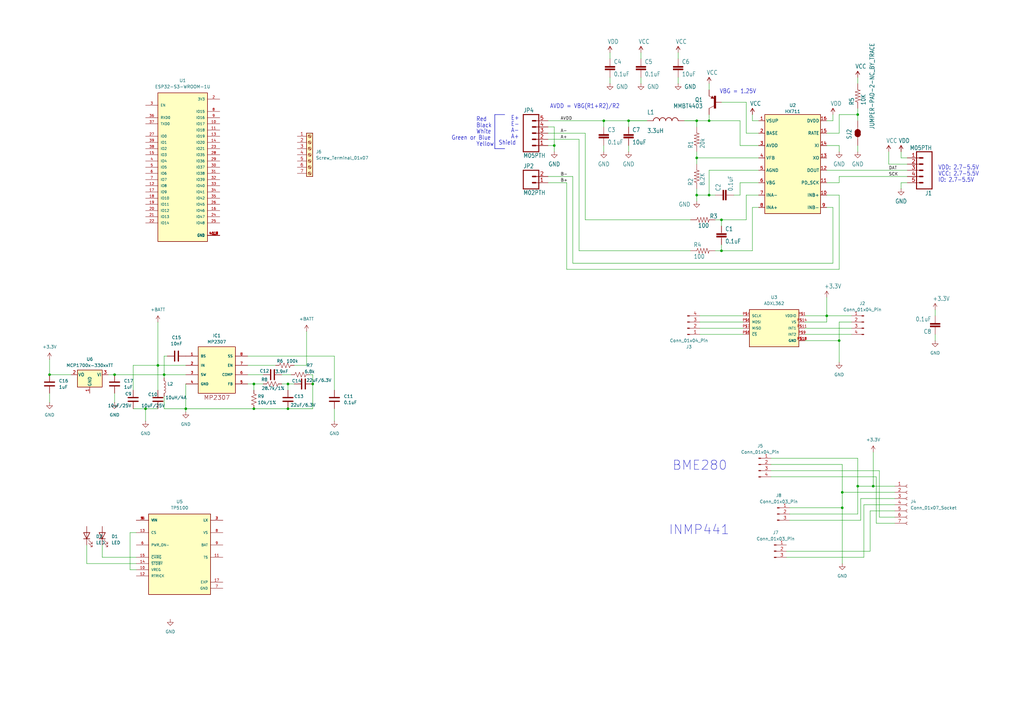
<source format=kicad_sch>
(kicad_sch (version 20250114) (generator "eeschema") (generator_version "9.0")
  (paper "A3")
  (text "Black" (at 195.326 52.578 0) (effects (font (size 1.778 1.5113)) (justify left bottom)))
  (text "IO: 2.7-5.5V" (at 384.81 74.93 0) (effects (font (size 1.778 1.5113)) (justify left bottom)))
  (text "A+" (at 209.55 57.15 0) (effects (font (size 1.778 1.5113)) (justify left bottom)))
  (text "INMP441" (at 286.766 217.424 0) (effects (font (size 3.81 3.81))))
  (text "VBG = 1.25V" (at 295.148 38.608 0) (effects (font (size 1.778 1.5113)) (justify left bottom)))
  (text "Yellow" (at 195.326 60.198 0) (effects (font (size 1.778 1.5113)) (justify left bottom)))
  (text "AVDD = VBG(R1+R2)/R2" (at 225.552 44.704 0) (effects (font (size 1.778 1.5113)) (justify left bottom)))
  (text "E-" (at 209.55 52.07 0) (effects (font (size 1.778 1.5113)) (justify left bottom)))
  (text "BME280" (at 287.02 191.008 0) (effects (font (size 3.81 3.81))))
  (text "Green or Blue" (at 185.166 57.658 0) (effects (font (size 1.778 1.5113)) (justify left bottom)))
  (text "E+" (at 209.55 49.53 0) (effects (font (size 1.778 1.5113)) (justify left bottom)))
  (text "Shield" (at 204.47 59.69 0) (effects (font (size 1.778 1.5113)) (justify left bottom)))
  (text "VDD: 2.7-5.5V" (at 384.81 69.85 0) (effects (font (size 1.778 1.5113)) (justify left bottom)))
  (text "VCC: 2.7-5.5V" (at 384.81 72.39 0) (effects (font (size 1.778 1.5113)) (justify left bottom)))
  (text "Red" (at 195.326 50.038 0) (effects (font (size 1.778 1.5113)) (justify left bottom)))
  (text "A-" (at 209.55 54.61 0) (effects (font (size 1.778 1.5113)) (justify left bottom)))
  (text "White" (at 195.326 55.118 0) (effects (font (size 1.778 1.5113)) (justify left bottom)))
  (junction (at 20.32 153.67))
  (junction (at 339.09 129.54))
  (junction (at 64.77 149.86))
  (junction (at 345.44 208.28))
  (junction (at 247.65 49.53))
  (junction (at 344.17 139.7))
  (junction (at 351.79 199.39))
  (junction (at 285.75 64.77))
  (junction (at 104.14 167.64))
  (junction (at 118.11 157.48))
  (junction (at 46.99 153.67))
  (junction (at 351.79 46.99))
  (junction (at 290.83 49.53))
  (junction (at 285.75 49.53))
  (junction (at 67.31 153.67))
  (junction (at 290.83 80.01))
  (junction (at 257.81 49.53))
  (junction (at 76.2 167.64))
  (junction (at 358.14 199.39))
  (junction (at 104.14 157.48))
  (junction (at 118.11 167.64))
  (junction (at 128.27 157.48))
  (junction (at 345.44 201.93))
  (junction (at 295.91 102.87))
  (junction (at 227.33 59.69))
  (junction (at 295.91 90.17))
  (junction (at 285.75 80.01))
  (junction (at 59.69 167.64))
  (wire (pts (xy 285.75 82.55) (xy 285.75 80.01)) (stroke (width 0.1524)))
  (wire (pts (xy 283.21 90.17) (xy 240.03 90.17)) (stroke (width 0.1524)))
  (wire (pts (xy 316.23 190.5) (xy 345.44 190.5)))
  (wire (pts (xy 67.31 146.05) (xy 67.31 153.67)))
  (wire (pts (xy 104.14 167.64) (xy 118.11 167.64)))
  (wire (pts (xy 64.77 149.86) (xy 76.2 149.86)))
  (wire (pts (xy 20.32 153.67) (xy 29.21 153.67)))
  (wire (pts (xy 308.61 46.99) (xy 308.61 49.53)) (stroke (width 0.1524)))
  (wire (pts (xy 287.02 137.16) (xy 304.8 137.16)))
  (wire (pts (xy 306.07 90.17) (xy 295.91 90.17)) (stroke (width 0.1524)))
  (wire (pts (xy 76.2 157.48) (xy 76.2 167.64)))
  (wire (pts (xy 345.44 201.93) (xy 345.44 208.28)))
  (wire (pts (xy 125.73 135.89) (xy 125.73 149.86)))
  (wire (pts (xy 367.03 212.09) (xy 360.68 212.09)))
  (wire (pts (xy 278.13 24.13) (xy 278.13 21.59)) (stroke (width 0.1524)))
  (wire (pts (xy 227.33 59.69) (xy 227.33 62.23)) (stroke (width 0.1524)))
  (wire (pts (xy 369.57 74.93) (xy 369.57 77.47)) (stroke (width 0.1524)))
  (wire (pts (xy 359.41 195.58) (xy 359.41 214.63)))
  (wire (pts (xy 290.83 69.85) (xy 290.83 80.01)) (stroke (width 0.1524)))
  (wire (pts (xy 67.31 162.56) (xy 67.31 167.64)))
  (wire (pts (xy 351.79 210.82) (xy 351.79 199.39)))
  (wire (pts (xy 311.15 74.93) (xy 303.53 74.93)) (stroke (width 0.1524)))
  (wire (pts (xy 351.79 46.99) (xy 351.79 49.53)) (stroke (width 0.1524)))
  (wire (pts (xy 295.91 92.71) (xy 295.91 90.17)) (stroke (width 0.1524)))
  (wire (pts (xy 262.89 34.29) (xy 262.89 31.75)) (stroke (width 0.1524)))
  (wire (pts (xy 247.65 59.69) (xy 247.65 62.23)) (stroke (width 0.1524)))
  (wire (pts (xy 293.37 80.01) (xy 290.83 80.01)) (stroke (width 0.1524)))
  (wire (pts (xy 287.02 132.08) (xy 304.8 132.08)))
  (wire (pts (xy 287.02 129.54) (xy 304.8 129.54)))
  (wire (pts (xy 353.06 204.47) (xy 367.03 204.47)))
  (wire (pts (xy 101.6 153.67) (xy 107.95 153.67)))
  (wire (pts (xy 344.17 132.08) (xy 344.17 139.7)))
  (wire (pts (xy 247.65 52.07) (xy 247.65 49.53)) (stroke (width 0.1524)))
  (wire (pts (xy 330.2 129.54) (xy 339.09 129.54)))
  (wire (pts (xy 257.81 62.23) (xy 257.81 59.69)) (stroke (width 0.1524)))
  (wire (pts (xy 383.54 137.16) (xy 383.54 139.7)) (stroke (width 0.1524)))
  (wire (pts (xy 285.75 67.31) (xy 285.75 64.77)) (stroke (width 0.1524)))
  (wire (pts (xy 64.77 132.08) (xy 64.77 149.86)))
  (wire (pts (xy 344.17 72.39) (xy 372.11 72.39)) (stroke (width 0.1524)))
  (wire (pts (xy 351.79 199.39) (xy 358.14 199.39)))
  (wire (pts (xy 257.81 49.53) (xy 265.43 49.53)) (stroke (width 0.2032)))
  (wire (pts (xy 118.11 157.48) (xy 118.11 160.02)))
  (wire (pts (xy 369.57 62.23) (xy 369.57 64.77)) (stroke (width 0.1524)))
  (wire (pts (xy 364.49 67.31) (xy 364.49 62.23)) (stroke (width 0.1524)))
  (wire (pts (xy 240.03 90.17) (xy 240.03 54.61)) (stroke (width 0.1524)))
  (wire (pts (xy 115.57 153.67) (xy 119.38 153.67)))
  (wire (pts (xy 278.13 31.75) (xy 278.13 34.29)) (stroke (width 0.1524)))
  (wire (pts (xy 287.02 134.62) (xy 304.8 134.62)))
  (wire (pts (xy 290.83 34.29) (xy 290.83 36.83)) (stroke (width 0.1524)))
  (wire (pts (xy 234.95 107.95) (xy 234.95 72.39)) (stroke (width 0.1524)))
  (wire (pts (xy 257.81 49.53) (xy 247.65 49.53)) (stroke (width 0.1524)))
  (wire (pts (xy 67.31 167.64) (xy 76.2 167.64)))
  (wire (pts (xy 344.17 46.99) (xy 344.17 54.61)) (stroke (width 0.1524)))
  (wire (pts (xy 46.99 153.67) (xy 67.31 153.67)))
  (wire (pts (xy 354.33 228.6) (xy 354.33 207.01)))
  (wire (pts (xy 306.07 80.01) (xy 306.07 90.17)) (stroke (width 0.1524)))
  (wire (pts (xy 339.09 69.85) (xy 372.11 69.85)) (stroke (width 0.1524)))
  (wire (pts (xy 308.61 102.87) (xy 295.91 102.87)) (stroke (width 0.1524)))
  (wire (pts (xy 295.91 100.33) (xy 295.91 102.87)) (stroke (width 0.1524)))
  (wire (pts (xy 372.11 74.93) (xy 369.57 74.93)) (stroke (width 0.1524)))
  (wire (pts (xy 341.63 107.95) (xy 234.95 107.95)) (stroke (width 0.1524)))
  (wire (pts (xy 128.27 157.48) (xy 128.27 167.64)))
  (wire (pts (xy 20.32 147.32) (xy 20.32 153.67)))
  (wire (pts (xy 64.77 160.02) (xy 64.77 149.86)))
  (polyline (pts (xy 202.946 60.96) (xy 207.01 60.96)) (stroke (width 0.2032) (type solid)))
  (wire (pts (xy 339.09 74.93) (xy 344.17 74.93)) (stroke (width 0.1524)))
  (wire (pts (xy 128.27 167.64) (xy 118.11 167.64)))
  (wire (pts (xy 311.15 69.85) (xy 290.83 69.85)) (stroke (width 0.1524)))
  (wire (pts (xy 339.09 80.01) (xy 344.17 80.01)) (stroke (width 0.1524)))
  (wire (pts (xy 234.95 72.39) (xy 224.79 72.39)) (stroke (width 0.1524)))
  (wire (pts (xy 35.56 223.52) (xy 35.56 231.14)))
  (wire (pts (xy 339.09 129.54) (xy 349.25 129.54)))
  (wire (pts (xy 59.69 167.64) (xy 64.77 167.64)))
  (wire (pts (xy 54.61 160.02) (xy 54.61 149.86)))
  (wire (pts (xy 345.44 208.28) (xy 345.44 231.14)))
  (wire (pts (xy 295.91 41.91) (xy 306.07 41.91)) (stroke (width 0.1524)))
  (wire (pts (xy 137.16 146.05) (xy 137.16 160.02)))
  (wire (pts (xy 351.79 44.45) (xy 351.79 46.99)) (stroke (width 0.1524)))
  (wire (pts (xy 360.68 193.04) (xy 360.68 212.09)))
  (wire (pts (xy 125.73 149.86) (xy 120.65 149.86)))
  (wire (pts (xy 323.85 208.28) (xy 345.44 208.28)))
  (wire (pts (xy 339.09 132.08) (xy 339.09 129.54)))
  (wire (pts (xy 308.61 85.09) (xy 308.61 102.87)) (stroke (width 0.1524)))
  (wire (pts (xy 311.15 85.09) (xy 308.61 85.09)) (stroke (width 0.1524)))
  (wire (pts (xy 295.91 90.17) (xy 293.37 90.17)) (stroke (width 0.1524)))
  (wire (pts (xy 224.79 59.69) (xy 227.33 59.69)) (stroke (width 0.1524)))
  (wire (pts (xy 345.44 190.5) (xy 345.44 201.93)))
  (wire (pts (xy 303.53 80.01) (xy 300.99 80.01)) (stroke (width 0.1524)))
  (wire (pts (xy 311.15 59.69) (xy 303.53 59.69)) (stroke (width 0.1524)))
  (wire (pts (xy 53.34 233.68) (xy 55.88 233.68)))
  (wire (pts (xy 339.09 49.53) (xy 341.63 49.53)) (stroke (width 0.1524)))
  (wire (pts (xy 101.6 157.48) (xy 104.14 157.48)))
  (wire (pts (xy 351.79 46.99) (xy 344.17 46.99)) (stroke (width 0.1524)))
  (wire (pts (xy 54.61 149.86) (xy 64.77 149.86)))
  (wire (pts (xy 358.14 199.39) (xy 367.03 199.39)))
  (wire (pts (xy 316.23 195.58) (xy 359.41 195.58)))
  (wire (pts (xy 55.88 218.44) (xy 53.34 218.44)))
  (wire (pts (xy 237.49 57.15) (xy 224.79 57.15)) (stroke (width 0.1524)))
  (wire (pts (xy 101.6 146.05) (xy 137.16 146.05)))
  (wire (pts (xy 115.57 157.48) (xy 118.11 157.48)))
  (wire (pts (xy 285.75 64.77) (xy 285.75 62.23)) (stroke (width 0.1524)))
  (wire (pts (xy 311.15 54.61) (xy 306.07 54.61)) (stroke (width 0.1524)))
  (wire (pts (xy 316.23 187.96) (xy 351.79 187.96)))
  (wire (pts (xy 330.2 134.62) (xy 349.25 134.62)))
  (wire (pts (xy 316.23 193.04) (xy 360.68 193.04)))
  (wire (pts (xy 341.63 85.09) (xy 341.63 107.95)) (stroke (width 0.1524)))
  (wire (pts (xy 322.58 226.06) (xy 356.87 226.06)))
  (wire (pts (xy 339.09 59.69) (xy 344.17 59.69)) (stroke (width 0.1524)))
  (wire (pts (xy 339.09 54.61) (xy 344.17 54.61)) (stroke (width 0.1524)))
  (wire (pts (xy 232.41 110.49) (xy 232.41 74.93)) (stroke (width 0.1524)))
  (wire (pts (xy 104.14 157.48) (xy 104.14 160.02)))
  (wire (pts (xy 41.91 228.6) (xy 55.88 228.6)))
  (wire (pts (xy 283.21 102.87) (xy 237.49 102.87)) (stroke (width 0.1524)))
  (wire (pts (xy 46.99 161.29) (xy 46.99 165.1)))
  (wire (pts (xy 224.79 52.07) (xy 227.33 52.07)) (stroke (width 0.1524)))
  (wire (pts (xy 344.17 80.01) (xy 344.17 110.49)) (stroke (width 0.1524)))
  (wire (pts (xy 351.79 187.96) (xy 351.79 199.39)))
  (wire (pts (xy 322.58 228.6) (xy 354.33 228.6)))
  (wire (pts (xy 353.06 213.36) (xy 353.06 204.47)))
  (wire (pts (xy 67.31 146.05) (xy 68.58 146.05)))
  (wire (pts (xy 356.87 226.06) (xy 356.87 209.55)))
  (wire (pts (xy 339.09 121.92) (xy 339.09 129.54)))
  (wire (pts (xy 369.57 64.77) (xy 372.11 64.77)) (stroke (width 0.1524)))
  (wire (pts (xy 341.63 49.53) (xy 341.63 46.99)) (stroke (width 0.1524)))
  (wire (pts (xy 67.31 153.67) (xy 76.2 153.67)))
  (wire (pts (xy 356.87 209.55) (xy 367.03 209.55)))
  (wire (pts (xy 240.03 54.61) (xy 224.79 54.61)) (stroke (width 0.1524)))
  (wire (pts (xy 280.67 49.53) (xy 285.75 49.53)) (stroke (width 0.2032)))
  (wire (pts (xy 359.41 214.63) (xy 367.03 214.63)))
  (wire (pts (xy 290.83 46.99) (xy 290.83 49.53)) (stroke (width 0.1524)))
  (wire (pts (xy 104.14 157.48) (xy 107.95 157.48)))
  (wire (pts (xy 358.14 185.42) (xy 358.14 199.39)))
  (wire (pts (xy 285.75 77.47) (xy 285.75 80.01)) (stroke (width 0.1524)))
  (wire (pts (xy 383.54 127) (xy 383.54 129.54)) (stroke (width 0.1524)))
  (wire (pts (xy 76.2 167.64) (xy 104.14 167.64)))
  (wire (pts (xy 41.91 223.52) (xy 41.91 228.6)))
  (wire (pts (xy 323.85 210.82) (xy 351.79 210.82)))
  (wire (pts (xy 20.32 161.29) (xy 20.32 165.1)))
  (wire (pts (xy 330.2 132.08) (xy 339.09 132.08)))
  (wire (pts (xy 285.75 52.07) (xy 285.75 49.53)) (stroke (width 0.1524)))
  (wire (pts (xy 76.2 167.64) (xy 76.2 168.91)))
  (wire (pts (xy 137.16 167.64) (xy 137.16 172.72)))
  (wire (pts (xy 349.25 132.08) (xy 344.17 132.08)))
  (wire (pts (xy 262.89 21.59) (xy 262.89 24.13)) (stroke (width 0.1524)))
  (wire (pts (xy 303.53 74.93) (xy 303.53 80.01)) (stroke (width 0.1524)))
  (wire (pts (xy 311.15 80.01) (xy 306.07 80.01)) (stroke (width 0.1524)))
  (wire (pts (xy 330.2 139.7) (xy 344.17 139.7)))
  (wire (pts (xy 67.31 154.94) (xy 67.31 153.67)))
  (wire (pts (xy 306.07 41.91) (xy 306.07 54.61)) (stroke (width 0.1524)))
  (wire (pts (xy 323.85 213.36) (xy 353.06 213.36)))
  (wire (pts (xy 250.19 34.29) (xy 250.19 31.75)) (stroke (width 0.1524)))
  (wire (pts (xy 351.79 59.69) (xy 351.79 62.23)) (stroke (width 0.1524)))
  (wire (pts (xy 308.61 49.53) (xy 311.15 49.53)) (stroke (width 0.1524)))
  (wire (pts (xy 344.17 110.49) (xy 232.41 110.49)) (stroke (width 0.1524)))
  (wire (pts (xy 53.34 218.44) (xy 53.34 233.68)))
  (wire (pts (xy 303.53 59.69) (xy 303.53 49.53)) (stroke (width 0.1524)))
  (wire (pts (xy 101.6 149.86) (xy 113.03 149.86)))
  (wire (pts (xy 311.15 64.77) (xy 285.75 64.77)) (stroke (width 0.1524)))
  (polyline (pts (xy 202.946 46.99) (xy 207.01 46.99)) (stroke (width 0.2032) (type solid)))
  (wire (pts (xy 257.81 49.53) (xy 257.81 52.07)) (stroke (width 0.1524)))
  (wire (pts (xy 290.83 80.01) (xy 285.75 80.01)) (stroke (width 0.1524)))
  (wire (pts (xy 351.79 34.29) (xy 351.79 31.75)) (stroke (width 0.1524)))
  (wire (pts (xy 54.61 167.64) (xy 59.69 167.64)))
  (wire (pts (xy 250.19 21.59) (xy 250.19 24.13)) (stroke (width 0.1524)))
  (wire (pts (xy 44.45 153.67) (xy 46.99 153.67)))
  (wire (pts (xy 344.17 59.69) (xy 344.17 62.23)) (stroke (width 0.1524)))
  (wire (pts (xy 127 153.67) (xy 128.27 153.67)))
  (wire (pts (xy 303.53 49.53) (xy 290.83 49.53)) (stroke (width 0.1524)))
  (wire (pts (xy 339.09 85.09) (xy 341.63 85.09)) (stroke (width 0.1524)))
  (wire (pts (xy 237.49 102.87) (xy 237.49 57.15)) (stroke (width 0.1524)))
  (wire (pts (xy 118.11 157.48) (xy 120.65 157.48)))
  (polyline (pts (xy 202.946 46.99) (xy 202.946 60.96)) (stroke (width 0.2032) (type solid)))
  (wire (pts (xy 330.2 137.16) (xy 349.25 137.16)))
  (wire (pts (xy 372.11 67.31) (xy 364.49 67.31)) (stroke (width 0.1524)))
  (wire (pts (xy 344.17 139.7) (xy 344.17 148.59)))
  (wire (pts (xy 367.03 201.93) (xy 345.44 201.93)))
  (wire (pts (xy 354.33 207.01) (xy 367.03 207.01)))
  (wire (pts (xy 227.33 52.07) (xy 227.33 59.69)) (stroke (width 0.1524)))
  (wire (pts (xy 295.91 102.87) (xy 293.37 102.87)) (stroke (width 0.1524)))
  (wire (pts (xy 128.27 153.67) (xy 128.27 157.48)))
  (wire (pts (xy 344.17 74.93) (xy 344.17 72.39)) (stroke (width 0.1524)))
  (wire (pts (xy 290.83 49.53) (xy 285.75 49.53)) (stroke (width 0.1524)))
  (wire (pts (xy 35.56 231.14) (xy 55.88 231.14)))
  (wire (pts (xy 59.69 167.64) (xy 59.69 172.72)))
  (wire (pts (xy 232.41 74.93) (xy 224.79 74.93)) (stroke (width 0.1524)))
  (wire (pts (xy 247.65 49.53) (xy 224.79 49.53)) (stroke (width 0.1524)))
  (label "AVDD" (at 229.87 49.53 0) (effects (font (size 1.2446 1.2446))))
  (label "DAT" (at 364.49 69.85 0) (effects (font (size 1.2446 1.2446))))
  (label "A-" (at 229.87 54.61 0) (effects (font (size 1.2446 1.2446))))
  (label "B+" (at 229.87 74.93 0) (effects (font (size 1.2446 1.2446))))
  (label "B-" (at 229.87 72.39 0) (effects (font (size 1.2446 1.2446))))
  (label "A+" (at 229.87 57.15 0) (effects (font (size 1.2446 1.2446))))
  (label "SCK" (at 364.49 72.39 0) (effects (font (size 1.2446 1.2446))))
  (symbol (lib_id "SparkFun_HX711_Load_Cell-eagle-import:VCC") (at 262.89 21.59 0) (unit 1)
    (property "Reference" "#SUPPLY7" (effects (hide yes)))
    (property "Value" "VCC" (at 261.874 18.034 0) (effects (font (size 1.778 1.5113)) (justify left bottom)))
  )
  (symbol (lib_id "Device:C") (at 111.76 153.67 90) (unit 1)
    (property "Reference" "C12" (at 108.458 152.146 90))
    (property "Value" "3.9nF" (at 115.57 152.4 90))
    (property "Description" "Unpolarized capacitor" (effects (hide yes)))
  )
  (symbol (lib_id "power:GND") (at 285.75 82.55 0) (unit 1)
    (property "Reference" "#GND9" (effects (hide yes)))
    (property "Value" "GND" (at 283.21 83.82 0) (effects (font (size 1.778 1.5113)) (justify right)))
    (property "Description" "Power symbol creates a global label with name \"GND\" , ground" (effects (hide yes)))
  )
  (symbol (lib_id "power:+3.3V") (at 20.32 147.32 0) (unit 1)
    (property "Reference" "#PWR010" (effects (hide yes)))
    (property "Value" "+3.3V" (at 20.32 142.24 0))
    (property "Description" "Power symbol creates a global label with name \"+3.3V\"" (effects (hide yes)))
  )
  (symbol (lib_id "power:GND") (at 344.17 148.59 0) (unit 1)
    (property "Reference" "#PWR01" (effects (hide yes)))
    (property "Value" "GND" (at 344.17 153.67 0))
    (property "Description" "Power symbol creates a global label with name \"GND\" , ground" (effects (hide yes)))
  )
  (symbol (lib_id "Device:C") (at 124.46 157.48 270) (unit 1)
    (property "Reference" "C14" (at 121.666 156.21 90))
    (property "Value" "22uF/6.3V" (at 130.81 155.956 90))
    (property "Description" "Unpolarized capacitor" (effects (hide yes)))
  )
  (symbol (lib_id "SparkFun_HX711_Load_Cell-eagle-import:M02PTH") (at 217.17 74.93 0) (unit 1)
    (property "Reference" "JP2" (at 214.63 69.088 0) (effects (font (size 1.778 1.5113)) (justify left bottom)))
    (property "Value" "M02PTH" (at 214.63 80.01 0) (effects (font (size 1.778 1.5113)) (justify left bottom)))
    (property "Footprint" "Board_SparkFun_HX711_Load_Cell:1X02" (effects (hide yes)))
  )
  (symbol (lib_id "power:GND") (at 383.54 139.7 0) (unit 1)
    (property "Reference" "#PWR02" (effects (hide yes)))
    (property "Value" "GND" (at 383.54 144.78 0))
    (property "Description" "Power symbol creates a global label with name \"GND\" , ground" (effects (hide yes)))
  )
  (symbol (lib_id "Connector:Conn_01x04_Pin") (at 281.94 134.62 0) (mirror x) (unit 1)
    (property "Reference" "J3" (at 282.575 142.24 0))
    (property "Value" "Conn_01x04_Pin" (at 282.575 139.7 0))
    (property "Footprint" "Connector_JST:JST_XH_B4B-XH-A_1x04_P2.50mm_Vertical" (effects (hide yes)))
    (property "Description" "Generic connector, single row, 01x04, script generated" (effects (hide yes)))
  )
  (symbol (lib_id "Board_SparkFun_HX711_Load_Cell:0.1UF-25V-5%(0603)") (at 250.19 29.21 0) (unit 1)
    (property "Reference" "C4" (at 251.714 26.289 0) (effects (font (size 1.778 1.5113)) (justify left bottom)))
    (property "Value" "0.1uF" (at 251.714 31.369 0) (effects (font (size 1.778 1.5113)) (justify left bottom)))
    (property "Footprint" "Board_SparkFun_HX711_Load_Cell:0603-CAP" (effects (hide yes)))
  )
  (symbol (lib_id "SparkFun_HX711_Load_Cell-eagle-import:VCC") (at 308.61 46.99 0) (unit 1)
    (property "Reference" "#SUPPLY3" (effects (hide yes)))
    (property "Value" "VCC" (at 307.594 43.434 0) (effects (font (size 1.778 1.5113)) (justify left bottom)))
  )
  (symbol (lib_id "Device:C") (at 46.99 157.48 0) (unit 1)
    (property "Reference" "C17" (at 50.8 156.2099 0) (effects (justify left)))
    (property "Value" "1uF" (at 50.8 158.7499 0) (effects (justify left)))
    (property "Description" "Unpolarized capacitor" (effects (hide yes)))
  )
  (symbol (lib_id "power:GND") (at 345.44 231.14 0) (unit 1)
    (property "Reference" "#PWR014" (effects (hide yes)))
    (property "Value" "GND" (at 345.44 236.22 0))
    (property "Description" "Power symbol creates a global label with name \"GND\" , ground" (effects (hide yes)))
  )
  (symbol (lib_id "Device:C") (at 137.16 163.83 0) (unit 1)
    (property "Reference" "C11" (at 140.97 162.5599 0) (effects (justify left)))
    (property "Value" "0.1uF" (at 140.97 165.0999 0) (effects (justify left)))
    (property "Description" "Unpolarized capacitor" (effects (hide yes)))
  )
  (symbol (lib_id "SparkFun_HX711_Load_Cell-eagle-import:INDUCTOR0805-IND") (at 273.05 49.53 90) (unit 1)
    (property "Reference" "L1" (at 265.43 46.99 90) (effects (font (size 1.778 1.5113)) (justify right top)))
    (property "Value" "3.3uH" (at 265.43 54.61 90) (effects (font (size 1.778 1.5113)) (justify right top)))
    (property "Footprint" "Board_SparkFun_HX711_Load_Cell:0805" (effects (hide yes)))
  )
  (symbol (lib_id "power:+3.3V") (at 339.09 121.92 0) (unit 1)
    (property "Reference" "#P+02" (effects (hide yes)))
    (property "Value" "+3.3V" (at 338.074 118.364 0) (effects (font (size 1.778 1.5113)) (justify left bottom)))
  )
  (symbol (lib_id "SparkFun_HX711_Load_Cell-eagle-import:VDD") (at 341.63 46.99 0) (unit 1)
    (property "Reference" "#SUPPLY4" (effects (hide yes)))
    (property "Value" "VDD" (at 340.614 43.434 0) (effects (font (size 1.778 1.5113)) (justify left bottom)))
  )
  (symbol (lib_id "MP2307:MP2307") (at 88.9 152.4 0) (unit 1)
    (property "Reference" "IC1" (at 88.9 137.668 0))
    (property "Value" "MP2307" (at 88.9 140.208 0))
    (property "Footprint" "MP2307:SO8-TH" (effects (hide yes)))
    (property "MF" "Monolithic Power" (effects (hide yes)))
    (property "Description_1" "Buck Switching Regulator IC Positive Adjustable 0.925V 1 Output 3A 8-SOIC (0.154, 3.90mm Width) Exposed Pad" (effects (hide yes)))
    (property "Package" "SOIC-8 Monolithic Power" (effects (hide yes)))
    (property "Price" "None" (effects (hide yes)))
    (property "SnapEDA_Link" "https://www.snapeda.com/parts/MP2307/Monolithic+Power+Systems/view-part/?ref=snap" (effects (hide yes)))
    (property "MP" "MP2307" (effects (hide yes)))
    (property "Availability" "Not in stock" (effects (hide yes)))
    (property "Check_prices" "https://www.snapeda.com/parts/MP2307/Monolithic+Power+Systems/view-part/?ref=eda" (effects (hide yes)))
  )
  (symbol (lib_id "power:GND") (at 76.2 168.91 0) (unit 1)
    (property "Reference" "#PWR07" (effects (hide yes)))
    (property "Value" "GND" (at 76.2 173.99 0))
    (property "Description" "Power symbol creates a global label with name \"GND\" , ground" (effects (hide yes)))
  )
  (symbol (lib_id "Board_SparkFun_HX711_Load_Cell:0.1UF-25V-5%(0603)") (at 247.65 57.15 0) (unit 1)
    (property "Reference" "C3" (at 249.174 54.229 0) (effects (font (size 1.778 1.5113)) (justify left bottom)))
    (property "Value" "0.1uF" (at 249.174 59.309 0) (effects (font (size 1.778 1.5113)) (justify left bottom)))
    (property "Footprint" "Board_SparkFun_HX711_Load_Cell:0603-CAP" (effects (hide yes)))
  )
  (symbol (lib_id "SparkFun_HX711_Load_Cell-eagle-import:TRANSISTOR_PNPMMBT4403") (at 293.37 41.91 0) (mirror y) (unit 1)
    (property "Reference" "Q1" (at 288.29 41.91 0) (effects (font (size 1.778 1.5113)) (justify left bottom)))
    (property "Value" "MMBT4403" (at 288.29 44.45 0) (effects (font (size 1.778 1.5113)) (justify left bottom)))
    (property "Footprint" "Board_SparkFun_HX711_Load_Cell:SOT23-3" (effects (hide yes)))
  )
  (symbol (lib_id "SparkFun_HX711_Load_Cell-eagle-import:8.2KOHM-1/10W-5%(0603)") (at 285.75 72.39 90) (unit 1)
    (property "Reference" "R2" (at 284.2514 76.2 0) (effects (font (size 1.778 1.5113)) (justify left bottom)))
    (property "Value" "8.2K" (at 289.052 76.2 0) (effects (font (size 1.778 1.5113)) (justify left bottom)))
    (property "Footprint" "Board_SparkFun_HX711_Load_Cell:0603-RES" (effects (hide yes)))
  )
  (symbol (lib_id "Board_SparkFun_HX711_Load_Cell:0.1UF-25V-5%(0603)") (at 295.91 97.79 0) (unit 1)
    (property "Reference" "C1" (at 297.434 94.869 0) (effects (font (size 1.778 1.5113)) (justify left bottom)))
    (property "Value" "0.1uF" (at 297.434 99.949 0) (effects (font (size 1.778 1.5113)) (justify left bottom)))
    (property "Footprint" "Board_SparkFun_HX711_Load_Cell:0603-CAP" (effects (hide yes)))
  )
  (symbol (lib_id "power:+BATT") (at 64.77 132.08 0) (unit 1)
    (property "Reference" "#PWR04" (effects (hide yes)))
    (property "Value" "+BATT" (at 64.77 127 0))
    (property "Description" "Power symbol creates a global label with name \"+BATT\"" (effects (hide yes)))
  )
  (symbol (lib_id "SparkFun_HX711_Load_Cell-eagle-import:M05PTH") (at 217.17 54.61 0) (unit 1)
    (property "Reference" "JP4" (at 214.63 46.228 0) (effects (font (size 1.778 1.5113)) (justify left bottom)))
    (property "Value" "M05PTH" (at 214.63 64.77 0) (effects (font (size 1.778 1.5113)) (justify left bottom)))
    (property "Footprint" "Board_SparkFun_HX711_Load_Cell:1X05" (effects (hide yes)))
  )
  (symbol (lib_id "Connector:Conn_01x03_Pin") (at 318.77 210.82 0) (unit 1)
    (property "Reference" "J8" (at 319.405 203.2 0))
    (property "Value" "Conn_01x03_Pin" (at 319.405 205.74 0))
    (property "Description" "Generic connector, single row, 01x03, script generated" (effects (hide yes)))
  )
  (symbol (lib_id "SparkFun_HX711_Load_Cell-eagle-import:VCC") (at 364.49 62.23 0) (unit 1)
    (property "Reference" "#SUPPLY5" (effects (hide yes)))
    (property "Value" "VCC" (at 363.474 58.674 0) (effects (font (size 1.778 1.5113)) (justify left bottom)))
  )
  (symbol (lib_id "Device:R_US") (at 104.14 163.83 0) (unit 1)
    (property "Reference" "R9" (at 105.664 162.56 0) (effects (justify left)))
    (property "Value" "10k/1%" (at 105.664 165.1 0) (effects (justify left)))
    (property "Description" "Resistor, US symbol" (effects (hide yes)))
  )
  (symbol (lib_id "SparkFun_HX711_Load_Cell-eagle-import:VCC") (at 278.13 21.59 0) (unit 1)
    (property "Reference" "#SUPPLY2" (effects (hide yes)))
    (property "Value" "VCC" (at 277.114 18.034 0) (effects (font (size 1.778 1.5113)) (justify left bottom)))
  )
  (symbol (lib_id "Analog_ADC:HX711") (at 325.12 66.04 0) (unit 1)
    (property "Reference" "U2" (at 325.12 43.18 0))
    (property "Value" "HX711" (at 325.12 45.72 0))
    (property "Footprint" "Package_SO:SOP-16_3.9x9.9mm_P1.27mm" (effects (hide yes)))
    (property "Datasheet" "https://web.archive.org/web/20220615044707/https://akizukidenshi.com/download/ds/avia/hx711.pdf" (effects (hide yes)))
    (property "Description" "24-Bit Analog-to-Digital Converter (ADC) for Weight Scales" (effects (hide yes)))
  )
  (symbol (lib_id "SparkFun_HX711_Load_Cell-eagle-import:20KOHM1/10W1%(0603)") (at 285.75 57.15 90) (unit 1)
    (property "Reference" "R1" (at 284.2514 60.96 0) (effects (font (size 1.778 1.5113)) (justify left bottom)))
    (property "Value" "20k" (at 289.052 60.96 0) (effects (font (size 1.778 1.5113)) (justify left bottom)))
    (property "Footprint" "Board_SparkFun_HX711_Load_Cell:0603-RES" (effects (hide yes)))
  )
  (symbol (lib_id "Device:L") (at 67.31 158.75 0) (unit 1)
    (property "Reference" "L2" (at 68.58 157.4799 0) (effects (justify left)))
    (property "Value" "10uH/4A" (at 67.818 163.068 0) (effects (justify left)))
    (property "Description" "Inductor" (effects (hide yes)))
  )
  (symbol (lib_id "Board_SparkFun_HX711_Load_Cell:0.1UF-25V-5%(0603)") (at 383.54 132.08 180) (unit 1)
    (property "Reference" "C8" (at 382.016 135.001 0) (effects (font (size 1.778 1.5113)) (justify left bottom)))
    (property "Value" "0.1uF" (at 382.016 129.921 0) (effects (font (size 1.778 1.5113)) (justify left bottom)))
    (property "Footprint" "Board_ADXL362_BOB_v01:0402-CAP" (effects (hide yes)))
    (property "PROD_ID" "CAP-00810" (effects (hide yes)))
  )
  (symbol (lib_id "power:GND") (at 369.57 77.47 0) (unit 1)
    (property "Reference" "#GND1" (effects (hide yes)))
    (property "Value" "GND" (at 369.57 82.55 0) (effects (font (size 1.778 1.5113))))
    (property "Description" "Power symbol creates a global label with name \"GND\" , ground" (effects (hide yes)))
  )
  (symbol (lib_id "Device:C") (at 64.77 163.83 0) (unit 1)
    (property "Reference" "C10" (at 60.706 161.798 0) (effects (justify left)))
    (property "Value" "10uF/25V" (at 57.912 166.37 0) (effects (justify left)))
    (property "Footprint" "Capacitor_SMD:C_0603_1608Metric_Pad1.08x0.95mm_HandSolder" (effects (hide yes)))
    (property "Description" "Unpolarized capacitor" (effects (hide yes)))
  )
  (symbol (lib_id "power:GND") (at 351.79 62.23 0) (unit 1)
    (property "Reference" "#GND7" (effects (hide yes)))
    (property "Value" "GND" (at 351.79 67.31 0) (effects (font (size 1.778 1.5113))))
    (property "Description" "Power symbol creates a global label with name \"GND\" , ground" (effects (hide yes)))
  )
  (symbol (lib_id "SparkFun_HX711_Load_Cell-eagle-import:100OHM-1/10W-1%(0603)") (at 288.29 102.87 0) (unit 1)
    (property "Reference" "R4" (at 284.48 101.3714 0) (effects (font (size 1.778 1.5113)) (justify left bottom)))
    (property "Value" "100" (at 284.48 106.172 0) (effects (font (size 1.778 1.5113)) (justify left bottom)))
    (property "Footprint" "Board_SparkFun_HX711_Load_Cell:0603-RES" (effects (hide yes)))
  )
  (symbol (lib_id "power:+3.3V") (at 383.54 127 0) (unit 1)
    (property "Reference" "#P+1" (effects (hide yes)))
    (property "Value" "+3.3V" (at 382.524 123.444 0) (effects (font (size 1.778 1.5113)) (justify left bottom)))
  )
  (symbol (lib_id "Connector:Conn_01x03_Pin") (at 317.5 226.06 0) (unit 1)
    (property "Reference" "J7" (at 318.135 218.44 0))
    (property "Value" "Conn_01x03_Pin" (at 318.135 220.98 0))
    (property "Description" "Generic connector, single row, 01x03, script generated" (effects (hide yes)))
  )
  (symbol (lib_id "power:GND") (at 69.85 254 0) (unit 1)
    (property "Reference" "#PWR011" (effects (hide yes)))
    (property "Value" "GND" (at 69.85 259.08 0))
    (property "Description" "Power symbol creates a global label with name \"GND\" , ground" (effects (hide yes)))
  )
  (symbol (lib_id "power:GND") (at 344.17 62.23 0) (unit 1)
    (property "Reference" "#GND2" (effects (hide yes)))
    (property "Value" "GND" (at 344.17 67.31 0) (effects (font (size 1.778 1.5113))))
    (property "Description" "Power symbol creates a global label with name \"GND\" , ground" (effects (hide yes)))
  )
  (symbol (lib_id "SparkFun_HX711_Load_Cell-eagle-import:100OHM-1/10W-1%(0603)") (at 288.29 90.17 0) (unit 1)
    (property "Reference" "R3" (at 291.084 89.662 0) (effects (font (size 1.778 1.5113)) (justify left bottom)))
    (property "Value" "100" (at 286.258 93.472 0) (effects (font (size 1.778 1.5113)) (justify left bottom)))
    (property "Footprint" "Board_SparkFun_HX711_Load_Cell:0603-RES" (effects (hide yes)))
  )
  (symbol (lib_id "Device:LED") (at 35.56 219.71 90) (unit 1)
    (property "Reference" "D2" (at 39.37 220.0274 90) (effects (justify right)))
    (property "Value" "LED" (at 39.37 222.5674 90) (effects (justify right)))
    (property "Description" "Light emitting diode" (effects (hide yes)))
    (property "Sim.Pins" "1=K 2=A" (effects (hide yes)))
  )
  (symbol (lib_id "power:GND") (at 247.65 62.23 0) (unit 1)
    (property "Reference" "#GND6" (effects (hide yes)))
    (property "Value" "GND" (at 247.65 67.31 0) (effects (font (size 1.778 1.5113))))
    (property "Description" "Power symbol creates a global label with name \"GND\" , ground" (effects (hide yes)))
  )
  (symbol (lib_id "ESP32-S3-WROOM-1U:ESP32-S3-WROOM-1U") (at 74.93 68.58 0) (unit 1)
    (property "Reference" "U1" (at 74.93 33.02 0))
    (property "Value" "ESP32-S3-WROOM-1U" (at 74.93 35.56 0))
    (property "Footprint" "ESP32-S3-WROOM-1:XCVR_ESP32-S3-WROOM-1U" (effects (hide yes)))
    (property "MF" "Espressif Systems" (effects (hide yes)))
    (property "MAXIMUM_PACKAGE_HEIGHT" "3.35mm" (effects (hide yes)))
    (property "Package" "SMD-41 Espressif Systems" (effects (hide yes)))
    (property "Price" "None" (effects (hide yes)))
    (property "Check_prices" "https://www.snapeda.com/parts/ESP32-S3-WROOM-1U/Espressif+Systems/view-part/?ref=eda" (effects (hide yes)))
    (property "STANDARD" "Manufacturer Recommendations" (effects (hide yes)))
    (property "PARTREV" "v0.6" (effects (hide yes)))
    (property "SnapEDA_Link" "https://www.snapeda.com/parts/ESP32-S3-WROOM-1U/Espressif+Systems/view-part/?ref=snap" (effects (hide yes)))
    (property "MP" "ESP32-S3-WROOM-1U" (effects (hide yes)))
    (property "Description_1" "2.4 GHz Wi-Fi (802.11 b/g/n) and Bluetooth 5 (LE) module" (effects (hide yes)))
    (property "Availability" "Not in stock" (effects (hide yes)))
    (property "MANUFACTURER" "Espressif" (effects (hide yes)))
  )
  (symbol (lib_id "Device:C") (at 72.39 146.05 270) (unit 1)
    (property "Reference" "C15" (at 72.39 138.43 90))
    (property "Value" "10nF" (at 72.39 140.97 90))
    (property "Description" "Unpolarized capacitor" (effects (hide yes)))
  )
  (symbol (lib_id "SparkFun_HX711_Load_Cell-eagle-import:VCC") (at 290.83 34.29 0) (unit 1)
    (property "Reference" "#SUPPLY1" (effects (hide yes)))
    (property "Value" "VCC" (at 289.814 30.734 0) (effects (font (size 1.778 1.5113)) (justify left bottom)))
  )
  (symbol (lib_id "Connector:Screw_Terminal_01x07") (at 127 63.5 0) (unit 1)
    (property "Reference" "J6" (at 129.54 62.2299 0) (effects (justify left)))
    (property "Value" "Screw_Terminal_01x07" (at 129.54 64.7699 0) (effects (justify left)))
    (property "Description" "Generic screw terminal, single row, 01x07, script generated (kicad-library-utils/schlib/autogen/connector/)" (effects (hide yes)))
  )
  (symbol (lib_id "SparkFun_HX711_Load_Cell-eagle-import:10KOHM-1/10W-1%(0603)0603") (at 351.79 39.37 90) (unit 1)
    (property "Reference" "R5" (at 350.2914 43.18 0) (effects (font (size 1.778 1.5113)) (justify left bottom)))
    (property "Value" "10K" (at 355.092 43.18 0) (effects (font (size 1.778 1.5113)) (justify left bottom)))
    (property "Footprint" "Board_SparkFun_HX711_Load_Cell:0603-RES" (effects (hide yes)))
  )
  (symbol (lib_id "Device:C") (at 20.32 157.48 0) (unit 1)
    (property "Reference" "C16" (at 24.13 156.2099 0) (effects (justify left)))
    (property "Value" "1uF" (at 24.13 158.7499 0) (effects (justify left)))
    (property "Description" "Unpolarized capacitor" (effects (hide yes)))
  )
  (symbol (lib_id "TP5100:TP5100") (at 73.66 226.06 0) (unit 1)
    (property "Reference" "U5" (at 73.66 205.74 0))
    (property "Value" "TP5100" (at 73.66 208.28 0))
    (property "Footprint" "TP5100:QFN65P400X400X90-17N" (effects (hide yes)))
    (property "MF" "NanJing Top Power ASIC Corp." (effects (hide yes)))
    (property "MAXIMUM_PACKAGE_HEIGHT" "0.9 mm" (effects (hide yes)))
    (property "Package" "Package" (effects (hide yes)))
    (property "Price" "None" (effects (hide yes)))
    (property "Check_prices" "https://www.snapeda.com/parts/TP5100/NanJing+Top+Power+ASIC+Corp./view-part/?ref=eda" (effects (hide yes)))
    (property "STANDARD" "IPC 7351B" (effects (hide yes)))
    (property "PARTREV" "2.3" (effects (hide yes)))
    (property "SnapEDA_Link" "https://www.snapeda.com/parts/TP5100/NanJing+Top+Power+ASIC+Corp./view-part/?ref=snap" (effects (hide yes)))
    (property "MP" "TP5100" (effects (hide yes)))
    (property "Description_1" "2A-switch buck 8.4V / 4.2V rechargeable lithium battery" (effects (hide yes)))
    (property "MANUFACTURER" "NanJing Top Power ASIC Corp." (effects (hide yes)))
    (property "Availability" "Not in stock" (effects (hide yes)))
    (property "SNAPEDA_PN" "TP5100" (effects (hide yes)))
  )
  (symbol (lib_id "Board_SparkFun_HX711_Load_Cell:0.1UF-25V-5%(0603)") (at 298.45 80.01 90) (unit 1)
    (property "Reference" "C2" (at 295.529 78.486 0) (effects (font (size 1.778 1.5113)) (justify left bottom)))
    (property "Value" "0.1uF" (at 300.609 78.486 0) (effects (font (size 1.778 1.5113)) (justify left bottom)))
    (property "Footprint" "Board_SparkFun_HX711_Load_Cell:0603-CAP" (effects (hide yes)))
  )
  (symbol (lib_id "Regulator_Linear:MCP1700x-330xxTT") (at 36.83 153.67 0) (unit 1)
    (property "Reference" "U6" (at 36.83 147.32 0))
    (property "Value" "MCP1700x-330xxTT" (at 36.83 149.86 0))
    (property "Footprint" "Package_TO_SOT_SMD:SOT-23" (effects (hide yes)))
    (property "Datasheet" "http://ww1.microchip.com/downloads/en/DeviceDoc/20001826D.pdf" (effects (hide yes)))
    (property "Description" "250mA Low Quiscent Current LDO, 3.3V output, SOT-23" (effects (hide yes)))
  )
  (symbol (lib_id "power:GND") (at 59.69 172.72 0) (unit 1)
    (property "Reference" "#PWR05" (effects (hide yes)))
    (property "Value" "GND" (at 59.69 177.8 0))
    (property "Description" "Power symbol creates a global label with name \"GND\" , ground" (effects (hide yes)))
  )
  (symbol (lib_id "Connector:Conn_01x04_Pin") (at 354.33 132.08 0) (mirror y) (unit 1)
    (property "Reference" "J2" (at 353.695 124.46 0))
    (property "Value" "Conn_01x04_Pin" (at 353.695 127 0))
    (property "Footprint" "Connector_JST:JST_XH_B4B-XH-A_1x04_P2.50mm_Vertical" (effects (hide yes)))
    (property "Description" "Generic connector, single row, 01x04, script generated" (effects (hide yes)))
  )
  (symbol (lib_id "Device:R_US") (at 123.19 153.67 270) (unit 1)
    (property "Reference" "R7" (at 127 149.86 90))
    (property "Value" "6.8k" (at 127 152.4 90))
    (property "Description" "Resistor, US symbol" (effects (hide yes)))
  )
  (symbol (lib_id "power:GND") (at 257.81 62.23 0) (unit 1)
    (property "Reference" "#GND5" (effects (hide yes)))
    (property "Value" "GND" (at 257.81 67.31 0) (effects (font (size 1.778 1.5113))))
    (property "Description" "Power symbol creates a global label with name \"GND\" , ground" (effects (hide yes)))
  )
  (symbol (lib_id "Board_SparkFun_HX711_Load_Cell:0.1UF-25V-5%(0603)") (at 262.89 29.21 0) (unit 1)
    (property "Reference" "C5" (at 264.414 26.289 0) (effects (font (size 1.778 1.5113)) (justify left bottom)))
    (property "Value" "0.1uF" (at 264.414 31.369 0) (effects (font (size 1.778 1.5113)) (justify left bottom)))
    (property "Footprint" "Board_SparkFun_HX711_Load_Cell:0603-CAP" (effects (hide yes)))
  )
  (symbol (lib_id "power:GND") (at 227.33 62.23 0) (unit 1)
    (property "Reference" "#GND4" (effects (hide yes)))
    (property "Value" "GND" (at 227.33 67.31 0) (effects (font (size 1.778 1.5113))))
    (property "Description" "Power symbol creates a global label with name \"GND\" , ground" (effects (hide yes)))
  )
  (symbol (lib_id "SparkFun_HX711_Load_Cell-eagle-import:10UF50V20%(1210)") (at 278.13 29.21 0) (unit 1)
    (property "Reference" "C6" (at 279.654 26.289 0) (effects (font (size 1.778 1.5113)) (justify left bottom)))
    (property "Value" "10uF" (at 279.654 31.369 0) (effects (font (size 1.778 1.5113)) (justify left bottom)))
    (property "Footprint" "Board_SparkFun_HX711_Load_Cell:1210" (effects (hide yes)))
  )
  (symbol (lib_id "Connector:Conn_01x04_Pin") (at 311.15 190.5 0) (unit 1)
    (property "Reference" "J5" (at 311.785 182.88 0))
    (property "Value" "Conn_01x04_Pin" (at 311.785 185.42 0))
    (property "Description" "Generic connector, single row, 01x04, script generated" (effects (hide yes)))
  )
  (symbol (lib_id "power:GND") (at 137.16 172.72 0) (unit 1)
    (property "Reference" "#PWR06" (effects (hide yes)))
    (property "Value" "GND" (at 137.16 177.8 0))
    (property "Description" "Power symbol creates a global label with name \"GND\" , ground" (effects (hide yes)))
  )
  (symbol (lib_id "power:GND") (at 250.19 34.29 0) (unit 1)
    (property "Reference" "#GND10" (effects (hide yes)))
    (property "Value" "GND" (at 252.73 35.56 0) (effects (font (size 1.778 1.5113)) (justify left)))
    (property "Description" "Power symbol creates a global label with name \"GND\" , ground" (effects (hide yes)))
  )
  (symbol (lib_id "power:+BATT") (at 125.73 135.89 0) (unit 1)
    (property "Reference" "#PWR03" (effects (hide yes)))
    (property "Value" "+BATT" (at 125.73 130.81 0))
    (property "Description" "Power symbol creates a global label with name \"+BATT\"" (effects (hide yes)))
  )
  (symbol (lib_id "power:GND") (at 278.13 34.29 0) (unit 1)
    (property "Reference" "#GND3" (effects (hide yes)))
    (property "Value" "GND" (at 280.67 35.56 0) (effects (font (size 1.778 1.5113)) (justify left)))
    (property "Description" "Power symbol creates a global label with name \"GND\" , ground" (effects (hide yes)))
  )
  (symbol (lib_id "SparkFun_HX711_Load_Cell-eagle-import:VDD") (at 250.19 21.59 0) (unit 1)
    (property "Reference" "#SUPPLY9" (effects (hide yes)))
    (property "Value" "VDD" (at 249.174 18.034 0) (effects (font (size 1.778 1.5113)) (justify left bottom)))
  )
  (symbol (lib_id "SparkFun_HX711_Load_Cell-eagle-import:VCC") (at 351.79 31.75 0) (unit 1)
    (property "Reference" "#SUPPLY6" (effects (hide yes)))
    (property "Value" "VCC" (at 350.774 28.194 0) (effects (font (size 1.778 1.5113)) (justify left bottom)))
  )
  (symbol (lib_id "Connector:Conn_01x07_Socket") (at 372.11 207.01 0) (unit 1)
    (property "Reference" "J4" (at 373.38 205.7399 0) (effects (justify left)))
    (property "Value" "Conn_01x07_Socket" (at 373.38 208.2799 0) (effects (justify left)))
    (property "Footprint" "Connector_JST:JST_XH_B7B-XH-A_1x07_P2.50mm_Vertical" (effects (hide yes)))
    (property "Description" "Generic connector, single row, 01x07, script generated" (effects (hide yes)))
  )
  (symbol (lib_id "Device:C") (at 118.11 163.83 0) (unit 1)
    (property "Reference" "C13" (at 120.65 162.56 0) (effects (justify left)))
    (property "Value" "22uF/6.3V" (at 119.126 166.116 0) (effects (justify left)))
    (property "Description" "Unpolarized capacitor" (effects (hide yes)))
  )
  (symbol (lib_id "Device:C") (at 54.61 163.83 0) (unit 1)
    (property "Reference" "C9" (at 51.308 161.544 0) (effects (justify left)))
    (property "Value" "10uF/25V" (at 44.196 166.37 0) (effects (justify left)))
    (property "Footprint" "Capacitor_SMD:C_0603_1608Metric_Pad1.08x0.95mm_HandSolder" (effects (hide yes)))
    (property "Description" "Unpolarized capacitor" (effects (hide yes)))
  )
  (symbol (lib_id "SparkFun_HX711_Load_Cell-eagle-import:M05PTH") (at 379.73 69.85 180) (unit 1)
    (property "Reference" "J1" (at 382.27 78.232 0) (effects (font (size 1.778 1.5113)) (justify left bottom)))
    (property "Value" "M05PTH" (at 382.27 59.69 0) (effects (font (size 1.778 1.5113)) (justify left bottom)))
    (property "Footprint" "Board_SparkFun_HX711_Load_Cell:1X05" (effects (hide yes)))
  )
  (symbol (lib_id "Device:LED") (at 41.91 219.71 90) (unit 1)
    (property "Reference" "D1" (at 45.72 220.0274 90) (effects (justify right)))
    (property "Value" "LED" (at 45.72 222.5674 90) (effects (justify right)))
    (property "Description" "Light emitting diode" (effects (hide yes)))
    (property "Sim.Pins" "1=K 2=A" (effects (hide yes)))
  )
  (symbol (lib_id "SparkFun_HX711_Load_Cell-eagle-import:VDD") (at 369.57 62.23 0) (unit 1)
    (property "Reference" "#SUPPLY8" (effects (hide yes)))
    (property "Value" "VDD" (at 368.554 58.674 0) (effects (font (size 1.778 1.5113)) (justify left bottom)))
  )
  (symbol (lib_id "power:+3.3V") (at 358.14 185.42 0) (unit 1)
    (property "Reference" "#PWR013" (effects (hide yes)))
    (property "Value" "+3.3V" (at 358.14 180.34 0))
    (property "Description" "Power symbol creates a global label with name \"+3.3V\"" (effects (hide yes)))
  )
  (symbol (lib_id "ADXL362:ADXL362") (at 317.5 134.62 0) (unit 1)
    (property "Reference" "U3" (at 317.5 121.92 0))
    (property "Value" "ADXL362" (at 317.5 124.46 0))
    (property "Footprint" "ADXL362:LGA-16-3X2.5" (effects (hide yes)))
    (property "MF" "Analog Devices" (effects (hide yes)))
    (property "Description_1" "Accelerometer X, Y, Z Axis ±2g, 4g, 8g 6.25Hz ~ 400Hz 16-LGA (3x3.25)" (effects (hide yes)))
    (property "Package" "LGA -16 Analog Devices" (effects (hide yes)))
    (property "Price" "None" (effects (hide yes)))
    (property "PROD_ID" "IC-11297" (effects (hide yes)))
    (property "SnapEDA_Link" "https://www.snapeda.com/parts/ADXL362/Analog+Devices/view-part/?ref=snap" (effects (hide yes)))
    (property "MP" "ADXL362" (effects (hide yes)))
    (property "Availability" "Not in stock" (effects (hide yes)))
    (property "Check_prices" "https://www.snapeda.com/parts/ADXL362/Analog+Devices/view-part/?ref=eda" (effects (hide yes)))
  )
  (symbol (lib_id "power:GND") (at 20.32 165.1 0) (unit 1)
    (property "Reference" "#PWR08" (effects (hide yes)))
    (property "Value" "GND" (at 20.32 170.18 0))
    (property "Description" "Power symbol creates a global label with name \"GND\" , ground" (effects (hide yes)))
  )
  (symbol (lib_id "power:GND") (at 46.99 165.1 0) (unit 1)
    (property "Reference" "#PWR09" (effects (hide yes)))
    (property "Value" "GND" (at 46.99 170.18 0))
    (property "Description" "Power symbol creates a global label with name \"GND\" , ground" (effects (hide yes)))
  )
  (symbol (lib_id "SparkFun_HX711_Load_Cell-eagle-import:10UF50V20%(1210)") (at 257.81 57.15 0) (unit 1)
    (property "Reference" "C7" (at 259.334 54.229 0) (effects (font (size 1.778 1.5113)) (justify left bottom)))
    (property "Value" "10uF" (at 259.334 59.309 0) (effects (font (size 1.778 1.5113)) (justify left bottom)))
    (property "Footprint" "Board_SparkFun_HX711_Load_Cell:1210" (effects (hide yes)))
  )
  (symbol (lib_id "Device:R_US") (at 111.76 157.48 270) (unit 1)
    (property "Reference" "R8" (at 108.458 155.702 90))
    (property "Value" "28.7k/1%" (at 112.014 159.258 90))
    (property "Description" "Resistor, US symbol" (effects (hide yes)))
  )
  (symbol (lib_id "Device:R_US") (at 116.84 149.86 270) (unit 1)
    (property "Reference" "R6" (at 114.808 148.082 90))
    (property "Value" "100k" (at 119.888 148.082 90))
    (property "Description" "Resistor, US symbol" (effects (hide yes)))
  )
  (symbol (lib_id "SparkFun_HX711_Load_Cell-eagle-import:JUMPER-PAD-2-NC_BY_TRACE") (at 351.79 54.61 90) (unit 1)
    (property "Reference" "SJ2" (at 349.25 57.15 0) (effects (font (size 1.778 1.5113)) (justify left bottom)))
    (property "Value" "JUMPER-PAD-2-NC_BY_TRACE" (at 358.648 53.086 0) (effects (font (size 1.778 1.5113)) (justify left bottom)))
    (property "Footprint" "Board_SparkFun_HX711_Load_Cell:PAD-JUMPER-2-NC_BY_TRACE_YES_SILK" (effects (hide yes)))
  )
  (symbol (lib_id "power:GND") (at 262.89 34.29 0) (unit 1)
    (property "Reference" "#GND8" (effects (hide yes)))
    (property "Value" "GND" (at 265.43 35.56 0) (effects (font (size 1.778 1.5113)) (justify left)))
    (property "Description" "Power symbol creates a global label with name \"GND\" , ground" (effects (hide yes)))
  )
)
</source>
